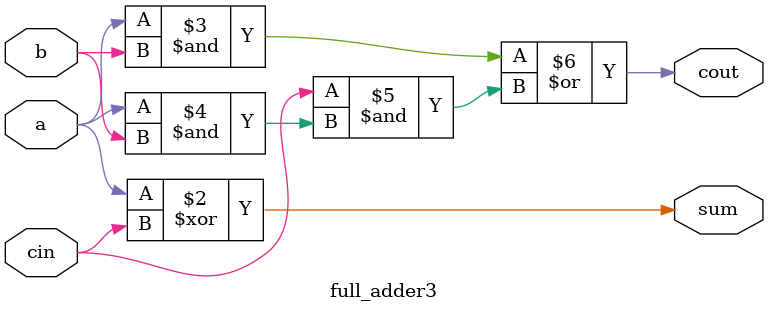
<source format=v>
module full_adder3(a,b,cin,sum,cout);
input a,b,cin;
output sum,cout;
assign sum = a^1'b0^cin;
assign cout = a&b|cin&(a&b); 
// initial begin
//     $display("The incorrect adder with xor0 having in2/0");
// end   
endmodule
</source>
